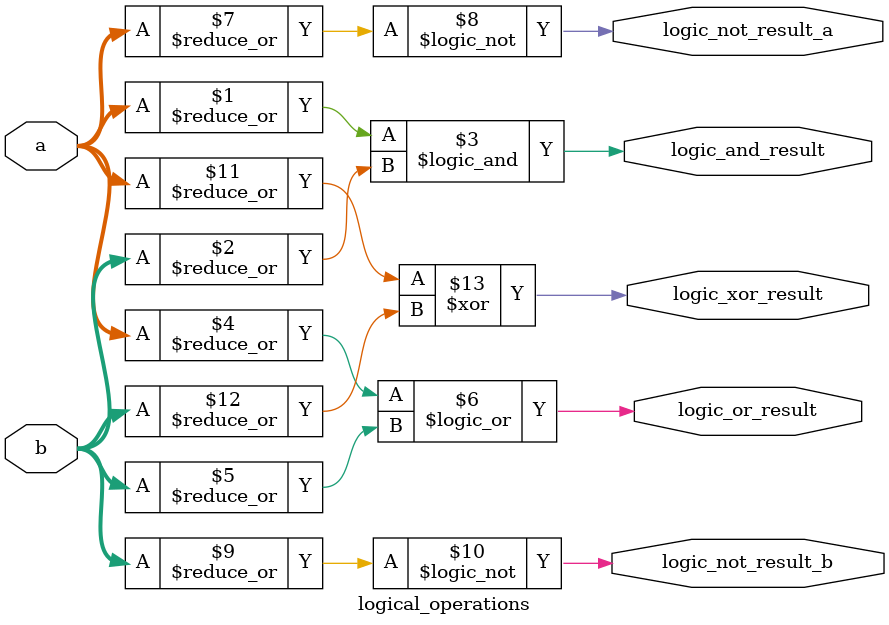
<source format=v>
`timescale 1ns / 1ps


module logical_operations(
    input [7:0] a,                // 8-bit input a
    input [7:0] b,                // 8-bit input b
    output logic_and_result,      // Output for logical AND operation
    output logic_or_result,       // Output for logical OR operation
    output logic_not_result_a,    // Output for logical NOT operation for a
    output logic_not_result_b,    // Output for logical NOT operation for b
    output logic_xor_result       // Output for logical XOR operation
);
    // Compute logical operations
    assign logic_and_result = (|a) && (|b); // Logical AND: reduce a and b to 1-bit and perform logical AND
    assign logic_or_result  = (|a) || (|b); // Logical OR: reduce a and b to 1-bit and perform logical OR
    assign logic_not_result_a = !(|a);      // Logical NOT: reduce a to 1-bit and perform logical NOT for a
    assign logic_not_result_b = !(|b);      // Logical NOT: reduce a to 1-bit and perform logical NOT for b
    assign logic_xor_result = (|a) ^ (|b);  // Logical XOR: reduce a and b to 1-bit and perform logical XOR
endmodule


</source>
